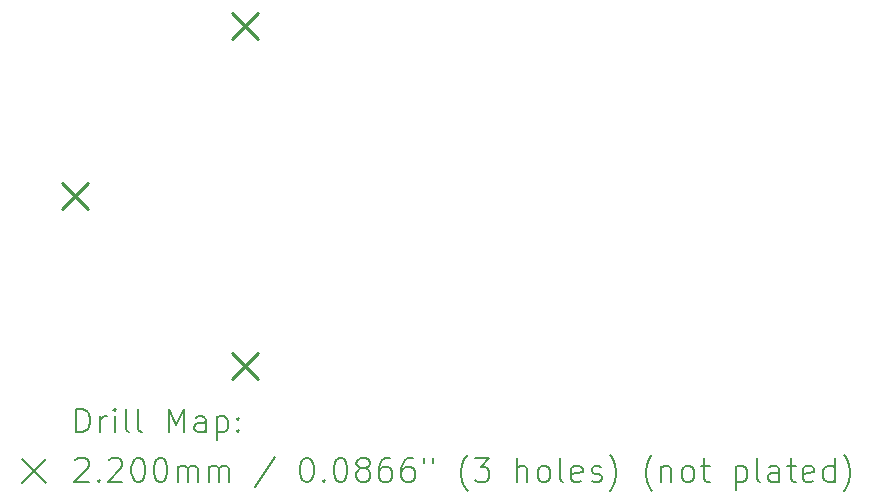
<source format=gbr>
%TF.GenerationSoftware,KiCad,Pcbnew,7.0.5*%
%TF.CreationDate,2024-03-22T00:08:29+08:00*%
%TF.ProjectId,joy-con,6a6f792d-636f-46e2-9e6b-696361645f70,rev?*%
%TF.SameCoordinates,Original*%
%TF.FileFunction,Drillmap*%
%TF.FilePolarity,Positive*%
%FSLAX45Y45*%
G04 Gerber Fmt 4.5, Leading zero omitted, Abs format (unit mm)*
G04 Created by KiCad (PCBNEW 7.0.5) date 2024-03-22 00:08:29*
%MOMM*%
%LPD*%
G01*
G04 APERTURE LIST*
%ADD10C,0.200000*%
%ADD11C,0.220000*%
G04 APERTURE END LIST*
D10*
D11*
X6410593Y-5789088D02*
X6630593Y-6009088D01*
X6630593Y-5789088D02*
X6410593Y-6009088D01*
X7847793Y-4351888D02*
X8067793Y-4571888D01*
X8067793Y-4351888D02*
X7847793Y-4571888D01*
X7847793Y-7226288D02*
X8067793Y-7446288D01*
X8067793Y-7226288D02*
X7847793Y-7446288D01*
D10*
X6528746Y-7900345D02*
X6528746Y-7700345D01*
X6528746Y-7700345D02*
X6576365Y-7700345D01*
X6576365Y-7700345D02*
X6604937Y-7709869D01*
X6604937Y-7709869D02*
X6623984Y-7728916D01*
X6623984Y-7728916D02*
X6633508Y-7747964D01*
X6633508Y-7747964D02*
X6643032Y-7786059D01*
X6643032Y-7786059D02*
X6643032Y-7814631D01*
X6643032Y-7814631D02*
X6633508Y-7852726D01*
X6633508Y-7852726D02*
X6623984Y-7871773D01*
X6623984Y-7871773D02*
X6604937Y-7890821D01*
X6604937Y-7890821D02*
X6576365Y-7900345D01*
X6576365Y-7900345D02*
X6528746Y-7900345D01*
X6728746Y-7900345D02*
X6728746Y-7767011D01*
X6728746Y-7805107D02*
X6738270Y-7786059D01*
X6738270Y-7786059D02*
X6747794Y-7776535D01*
X6747794Y-7776535D02*
X6766842Y-7767011D01*
X6766842Y-7767011D02*
X6785889Y-7767011D01*
X6852556Y-7900345D02*
X6852556Y-7767011D01*
X6852556Y-7700345D02*
X6843032Y-7709869D01*
X6843032Y-7709869D02*
X6852556Y-7719392D01*
X6852556Y-7719392D02*
X6862080Y-7709869D01*
X6862080Y-7709869D02*
X6852556Y-7700345D01*
X6852556Y-7700345D02*
X6852556Y-7719392D01*
X6976365Y-7900345D02*
X6957318Y-7890821D01*
X6957318Y-7890821D02*
X6947794Y-7871773D01*
X6947794Y-7871773D02*
X6947794Y-7700345D01*
X7081127Y-7900345D02*
X7062080Y-7890821D01*
X7062080Y-7890821D02*
X7052556Y-7871773D01*
X7052556Y-7871773D02*
X7052556Y-7700345D01*
X7309699Y-7900345D02*
X7309699Y-7700345D01*
X7309699Y-7700345D02*
X7376365Y-7843202D01*
X7376365Y-7843202D02*
X7443032Y-7700345D01*
X7443032Y-7700345D02*
X7443032Y-7900345D01*
X7623984Y-7900345D02*
X7623984Y-7795583D01*
X7623984Y-7795583D02*
X7614461Y-7776535D01*
X7614461Y-7776535D02*
X7595413Y-7767011D01*
X7595413Y-7767011D02*
X7557318Y-7767011D01*
X7557318Y-7767011D02*
X7538270Y-7776535D01*
X7623984Y-7890821D02*
X7604937Y-7900345D01*
X7604937Y-7900345D02*
X7557318Y-7900345D01*
X7557318Y-7900345D02*
X7538270Y-7890821D01*
X7538270Y-7890821D02*
X7528746Y-7871773D01*
X7528746Y-7871773D02*
X7528746Y-7852726D01*
X7528746Y-7852726D02*
X7538270Y-7833678D01*
X7538270Y-7833678D02*
X7557318Y-7824154D01*
X7557318Y-7824154D02*
X7604937Y-7824154D01*
X7604937Y-7824154D02*
X7623984Y-7814631D01*
X7719223Y-7767011D02*
X7719223Y-7967011D01*
X7719223Y-7776535D02*
X7738270Y-7767011D01*
X7738270Y-7767011D02*
X7776365Y-7767011D01*
X7776365Y-7767011D02*
X7795413Y-7776535D01*
X7795413Y-7776535D02*
X7804937Y-7786059D01*
X7804937Y-7786059D02*
X7814461Y-7805107D01*
X7814461Y-7805107D02*
X7814461Y-7862250D01*
X7814461Y-7862250D02*
X7804937Y-7881297D01*
X7804937Y-7881297D02*
X7795413Y-7890821D01*
X7795413Y-7890821D02*
X7776365Y-7900345D01*
X7776365Y-7900345D02*
X7738270Y-7900345D01*
X7738270Y-7900345D02*
X7719223Y-7890821D01*
X7900175Y-7881297D02*
X7909699Y-7890821D01*
X7909699Y-7890821D02*
X7900175Y-7900345D01*
X7900175Y-7900345D02*
X7890651Y-7890821D01*
X7890651Y-7890821D02*
X7900175Y-7881297D01*
X7900175Y-7881297D02*
X7900175Y-7900345D01*
X7900175Y-7776535D02*
X7909699Y-7786059D01*
X7909699Y-7786059D02*
X7900175Y-7795583D01*
X7900175Y-7795583D02*
X7890651Y-7786059D01*
X7890651Y-7786059D02*
X7900175Y-7776535D01*
X7900175Y-7776535D02*
X7900175Y-7795583D01*
X6067970Y-8128861D02*
X6267970Y-8328861D01*
X6267970Y-8128861D02*
X6067970Y-8328861D01*
X6519223Y-8139392D02*
X6528746Y-8129869D01*
X6528746Y-8129869D02*
X6547794Y-8120345D01*
X6547794Y-8120345D02*
X6595413Y-8120345D01*
X6595413Y-8120345D02*
X6614461Y-8129869D01*
X6614461Y-8129869D02*
X6623984Y-8139392D01*
X6623984Y-8139392D02*
X6633508Y-8158440D01*
X6633508Y-8158440D02*
X6633508Y-8177488D01*
X6633508Y-8177488D02*
X6623984Y-8206059D01*
X6623984Y-8206059D02*
X6509699Y-8320345D01*
X6509699Y-8320345D02*
X6633508Y-8320345D01*
X6719223Y-8301297D02*
X6728746Y-8310821D01*
X6728746Y-8310821D02*
X6719223Y-8320345D01*
X6719223Y-8320345D02*
X6709699Y-8310821D01*
X6709699Y-8310821D02*
X6719223Y-8301297D01*
X6719223Y-8301297D02*
X6719223Y-8320345D01*
X6804937Y-8139392D02*
X6814461Y-8129869D01*
X6814461Y-8129869D02*
X6833508Y-8120345D01*
X6833508Y-8120345D02*
X6881127Y-8120345D01*
X6881127Y-8120345D02*
X6900175Y-8129869D01*
X6900175Y-8129869D02*
X6909699Y-8139392D01*
X6909699Y-8139392D02*
X6919223Y-8158440D01*
X6919223Y-8158440D02*
X6919223Y-8177488D01*
X6919223Y-8177488D02*
X6909699Y-8206059D01*
X6909699Y-8206059D02*
X6795413Y-8320345D01*
X6795413Y-8320345D02*
X6919223Y-8320345D01*
X7043032Y-8120345D02*
X7062080Y-8120345D01*
X7062080Y-8120345D02*
X7081127Y-8129869D01*
X7081127Y-8129869D02*
X7090651Y-8139392D01*
X7090651Y-8139392D02*
X7100175Y-8158440D01*
X7100175Y-8158440D02*
X7109699Y-8196535D01*
X7109699Y-8196535D02*
X7109699Y-8244154D01*
X7109699Y-8244154D02*
X7100175Y-8282250D01*
X7100175Y-8282250D02*
X7090651Y-8301297D01*
X7090651Y-8301297D02*
X7081127Y-8310821D01*
X7081127Y-8310821D02*
X7062080Y-8320345D01*
X7062080Y-8320345D02*
X7043032Y-8320345D01*
X7043032Y-8320345D02*
X7023984Y-8310821D01*
X7023984Y-8310821D02*
X7014461Y-8301297D01*
X7014461Y-8301297D02*
X7004937Y-8282250D01*
X7004937Y-8282250D02*
X6995413Y-8244154D01*
X6995413Y-8244154D02*
X6995413Y-8196535D01*
X6995413Y-8196535D02*
X7004937Y-8158440D01*
X7004937Y-8158440D02*
X7014461Y-8139392D01*
X7014461Y-8139392D02*
X7023984Y-8129869D01*
X7023984Y-8129869D02*
X7043032Y-8120345D01*
X7233508Y-8120345D02*
X7252556Y-8120345D01*
X7252556Y-8120345D02*
X7271604Y-8129869D01*
X7271604Y-8129869D02*
X7281127Y-8139392D01*
X7281127Y-8139392D02*
X7290651Y-8158440D01*
X7290651Y-8158440D02*
X7300175Y-8196535D01*
X7300175Y-8196535D02*
X7300175Y-8244154D01*
X7300175Y-8244154D02*
X7290651Y-8282250D01*
X7290651Y-8282250D02*
X7281127Y-8301297D01*
X7281127Y-8301297D02*
X7271604Y-8310821D01*
X7271604Y-8310821D02*
X7252556Y-8320345D01*
X7252556Y-8320345D02*
X7233508Y-8320345D01*
X7233508Y-8320345D02*
X7214461Y-8310821D01*
X7214461Y-8310821D02*
X7204937Y-8301297D01*
X7204937Y-8301297D02*
X7195413Y-8282250D01*
X7195413Y-8282250D02*
X7185889Y-8244154D01*
X7185889Y-8244154D02*
X7185889Y-8196535D01*
X7185889Y-8196535D02*
X7195413Y-8158440D01*
X7195413Y-8158440D02*
X7204937Y-8139392D01*
X7204937Y-8139392D02*
X7214461Y-8129869D01*
X7214461Y-8129869D02*
X7233508Y-8120345D01*
X7385889Y-8320345D02*
X7385889Y-8187011D01*
X7385889Y-8206059D02*
X7395413Y-8196535D01*
X7395413Y-8196535D02*
X7414461Y-8187011D01*
X7414461Y-8187011D02*
X7443032Y-8187011D01*
X7443032Y-8187011D02*
X7462080Y-8196535D01*
X7462080Y-8196535D02*
X7471604Y-8215583D01*
X7471604Y-8215583D02*
X7471604Y-8320345D01*
X7471604Y-8215583D02*
X7481127Y-8196535D01*
X7481127Y-8196535D02*
X7500175Y-8187011D01*
X7500175Y-8187011D02*
X7528746Y-8187011D01*
X7528746Y-8187011D02*
X7547794Y-8196535D01*
X7547794Y-8196535D02*
X7557318Y-8215583D01*
X7557318Y-8215583D02*
X7557318Y-8320345D01*
X7652556Y-8320345D02*
X7652556Y-8187011D01*
X7652556Y-8206059D02*
X7662080Y-8196535D01*
X7662080Y-8196535D02*
X7681127Y-8187011D01*
X7681127Y-8187011D02*
X7709699Y-8187011D01*
X7709699Y-8187011D02*
X7728746Y-8196535D01*
X7728746Y-8196535D02*
X7738270Y-8215583D01*
X7738270Y-8215583D02*
X7738270Y-8320345D01*
X7738270Y-8215583D02*
X7747794Y-8196535D01*
X7747794Y-8196535D02*
X7766842Y-8187011D01*
X7766842Y-8187011D02*
X7795413Y-8187011D01*
X7795413Y-8187011D02*
X7814461Y-8196535D01*
X7814461Y-8196535D02*
X7823985Y-8215583D01*
X7823985Y-8215583D02*
X7823985Y-8320345D01*
X8214461Y-8110821D02*
X8043032Y-8367964D01*
X8471604Y-8120345D02*
X8490651Y-8120345D01*
X8490651Y-8120345D02*
X8509699Y-8129869D01*
X8509699Y-8129869D02*
X8519223Y-8139392D01*
X8519223Y-8139392D02*
X8528747Y-8158440D01*
X8528747Y-8158440D02*
X8538270Y-8196535D01*
X8538270Y-8196535D02*
X8538270Y-8244154D01*
X8538270Y-8244154D02*
X8528747Y-8282250D01*
X8528747Y-8282250D02*
X8519223Y-8301297D01*
X8519223Y-8301297D02*
X8509699Y-8310821D01*
X8509699Y-8310821D02*
X8490651Y-8320345D01*
X8490651Y-8320345D02*
X8471604Y-8320345D01*
X8471604Y-8320345D02*
X8452556Y-8310821D01*
X8452556Y-8310821D02*
X8443032Y-8301297D01*
X8443032Y-8301297D02*
X8433509Y-8282250D01*
X8433509Y-8282250D02*
X8423985Y-8244154D01*
X8423985Y-8244154D02*
X8423985Y-8196535D01*
X8423985Y-8196535D02*
X8433509Y-8158440D01*
X8433509Y-8158440D02*
X8443032Y-8139392D01*
X8443032Y-8139392D02*
X8452556Y-8129869D01*
X8452556Y-8129869D02*
X8471604Y-8120345D01*
X8623985Y-8301297D02*
X8633509Y-8310821D01*
X8633509Y-8310821D02*
X8623985Y-8320345D01*
X8623985Y-8320345D02*
X8614461Y-8310821D01*
X8614461Y-8310821D02*
X8623985Y-8301297D01*
X8623985Y-8301297D02*
X8623985Y-8320345D01*
X8757318Y-8120345D02*
X8776366Y-8120345D01*
X8776366Y-8120345D02*
X8795413Y-8129869D01*
X8795413Y-8129869D02*
X8804937Y-8139392D01*
X8804937Y-8139392D02*
X8814461Y-8158440D01*
X8814461Y-8158440D02*
X8823985Y-8196535D01*
X8823985Y-8196535D02*
X8823985Y-8244154D01*
X8823985Y-8244154D02*
X8814461Y-8282250D01*
X8814461Y-8282250D02*
X8804937Y-8301297D01*
X8804937Y-8301297D02*
X8795413Y-8310821D01*
X8795413Y-8310821D02*
X8776366Y-8320345D01*
X8776366Y-8320345D02*
X8757318Y-8320345D01*
X8757318Y-8320345D02*
X8738270Y-8310821D01*
X8738270Y-8310821D02*
X8728747Y-8301297D01*
X8728747Y-8301297D02*
X8719223Y-8282250D01*
X8719223Y-8282250D02*
X8709699Y-8244154D01*
X8709699Y-8244154D02*
X8709699Y-8196535D01*
X8709699Y-8196535D02*
X8719223Y-8158440D01*
X8719223Y-8158440D02*
X8728747Y-8139392D01*
X8728747Y-8139392D02*
X8738270Y-8129869D01*
X8738270Y-8129869D02*
X8757318Y-8120345D01*
X8938270Y-8206059D02*
X8919223Y-8196535D01*
X8919223Y-8196535D02*
X8909699Y-8187011D01*
X8909699Y-8187011D02*
X8900175Y-8167964D01*
X8900175Y-8167964D02*
X8900175Y-8158440D01*
X8900175Y-8158440D02*
X8909699Y-8139392D01*
X8909699Y-8139392D02*
X8919223Y-8129869D01*
X8919223Y-8129869D02*
X8938270Y-8120345D01*
X8938270Y-8120345D02*
X8976366Y-8120345D01*
X8976366Y-8120345D02*
X8995413Y-8129869D01*
X8995413Y-8129869D02*
X9004937Y-8139392D01*
X9004937Y-8139392D02*
X9014461Y-8158440D01*
X9014461Y-8158440D02*
X9014461Y-8167964D01*
X9014461Y-8167964D02*
X9004937Y-8187011D01*
X9004937Y-8187011D02*
X8995413Y-8196535D01*
X8995413Y-8196535D02*
X8976366Y-8206059D01*
X8976366Y-8206059D02*
X8938270Y-8206059D01*
X8938270Y-8206059D02*
X8919223Y-8215583D01*
X8919223Y-8215583D02*
X8909699Y-8225107D01*
X8909699Y-8225107D02*
X8900175Y-8244154D01*
X8900175Y-8244154D02*
X8900175Y-8282250D01*
X8900175Y-8282250D02*
X8909699Y-8301297D01*
X8909699Y-8301297D02*
X8919223Y-8310821D01*
X8919223Y-8310821D02*
X8938270Y-8320345D01*
X8938270Y-8320345D02*
X8976366Y-8320345D01*
X8976366Y-8320345D02*
X8995413Y-8310821D01*
X8995413Y-8310821D02*
X9004937Y-8301297D01*
X9004937Y-8301297D02*
X9014461Y-8282250D01*
X9014461Y-8282250D02*
X9014461Y-8244154D01*
X9014461Y-8244154D02*
X9004937Y-8225107D01*
X9004937Y-8225107D02*
X8995413Y-8215583D01*
X8995413Y-8215583D02*
X8976366Y-8206059D01*
X9185890Y-8120345D02*
X9147794Y-8120345D01*
X9147794Y-8120345D02*
X9128747Y-8129869D01*
X9128747Y-8129869D02*
X9119223Y-8139392D01*
X9119223Y-8139392D02*
X9100175Y-8167964D01*
X9100175Y-8167964D02*
X9090651Y-8206059D01*
X9090651Y-8206059D02*
X9090651Y-8282250D01*
X9090651Y-8282250D02*
X9100175Y-8301297D01*
X9100175Y-8301297D02*
X9109699Y-8310821D01*
X9109699Y-8310821D02*
X9128747Y-8320345D01*
X9128747Y-8320345D02*
X9166842Y-8320345D01*
X9166842Y-8320345D02*
X9185890Y-8310821D01*
X9185890Y-8310821D02*
X9195413Y-8301297D01*
X9195413Y-8301297D02*
X9204937Y-8282250D01*
X9204937Y-8282250D02*
X9204937Y-8234631D01*
X9204937Y-8234631D02*
X9195413Y-8215583D01*
X9195413Y-8215583D02*
X9185890Y-8206059D01*
X9185890Y-8206059D02*
X9166842Y-8196535D01*
X9166842Y-8196535D02*
X9128747Y-8196535D01*
X9128747Y-8196535D02*
X9109699Y-8206059D01*
X9109699Y-8206059D02*
X9100175Y-8215583D01*
X9100175Y-8215583D02*
X9090651Y-8234631D01*
X9376366Y-8120345D02*
X9338270Y-8120345D01*
X9338270Y-8120345D02*
X9319223Y-8129869D01*
X9319223Y-8129869D02*
X9309699Y-8139392D01*
X9309699Y-8139392D02*
X9290651Y-8167964D01*
X9290651Y-8167964D02*
X9281128Y-8206059D01*
X9281128Y-8206059D02*
X9281128Y-8282250D01*
X9281128Y-8282250D02*
X9290651Y-8301297D01*
X9290651Y-8301297D02*
X9300175Y-8310821D01*
X9300175Y-8310821D02*
X9319223Y-8320345D01*
X9319223Y-8320345D02*
X9357318Y-8320345D01*
X9357318Y-8320345D02*
X9376366Y-8310821D01*
X9376366Y-8310821D02*
X9385890Y-8301297D01*
X9385890Y-8301297D02*
X9395413Y-8282250D01*
X9395413Y-8282250D02*
X9395413Y-8234631D01*
X9395413Y-8234631D02*
X9385890Y-8215583D01*
X9385890Y-8215583D02*
X9376366Y-8206059D01*
X9376366Y-8206059D02*
X9357318Y-8196535D01*
X9357318Y-8196535D02*
X9319223Y-8196535D01*
X9319223Y-8196535D02*
X9300175Y-8206059D01*
X9300175Y-8206059D02*
X9290651Y-8215583D01*
X9290651Y-8215583D02*
X9281128Y-8234631D01*
X9471604Y-8120345D02*
X9471604Y-8158440D01*
X9547794Y-8120345D02*
X9547794Y-8158440D01*
X9843033Y-8396535D02*
X9833509Y-8387011D01*
X9833509Y-8387011D02*
X9814461Y-8358440D01*
X9814461Y-8358440D02*
X9804937Y-8339392D01*
X9804937Y-8339392D02*
X9795413Y-8310821D01*
X9795413Y-8310821D02*
X9785890Y-8263202D01*
X9785890Y-8263202D02*
X9785890Y-8225107D01*
X9785890Y-8225107D02*
X9795413Y-8177488D01*
X9795413Y-8177488D02*
X9804937Y-8148916D01*
X9804937Y-8148916D02*
X9814461Y-8129869D01*
X9814461Y-8129869D02*
X9833509Y-8101297D01*
X9833509Y-8101297D02*
X9843033Y-8091773D01*
X9900175Y-8120345D02*
X10023985Y-8120345D01*
X10023985Y-8120345D02*
X9957318Y-8196535D01*
X9957318Y-8196535D02*
X9985890Y-8196535D01*
X9985890Y-8196535D02*
X10004937Y-8206059D01*
X10004937Y-8206059D02*
X10014461Y-8215583D01*
X10014461Y-8215583D02*
X10023985Y-8234631D01*
X10023985Y-8234631D02*
X10023985Y-8282250D01*
X10023985Y-8282250D02*
X10014461Y-8301297D01*
X10014461Y-8301297D02*
X10004937Y-8310821D01*
X10004937Y-8310821D02*
X9985890Y-8320345D01*
X9985890Y-8320345D02*
X9928747Y-8320345D01*
X9928747Y-8320345D02*
X9909699Y-8310821D01*
X9909699Y-8310821D02*
X9900175Y-8301297D01*
X10262080Y-8320345D02*
X10262080Y-8120345D01*
X10347794Y-8320345D02*
X10347794Y-8215583D01*
X10347794Y-8215583D02*
X10338271Y-8196535D01*
X10338271Y-8196535D02*
X10319223Y-8187011D01*
X10319223Y-8187011D02*
X10290652Y-8187011D01*
X10290652Y-8187011D02*
X10271604Y-8196535D01*
X10271604Y-8196535D02*
X10262080Y-8206059D01*
X10471604Y-8320345D02*
X10452556Y-8310821D01*
X10452556Y-8310821D02*
X10443033Y-8301297D01*
X10443033Y-8301297D02*
X10433509Y-8282250D01*
X10433509Y-8282250D02*
X10433509Y-8225107D01*
X10433509Y-8225107D02*
X10443033Y-8206059D01*
X10443033Y-8206059D02*
X10452556Y-8196535D01*
X10452556Y-8196535D02*
X10471604Y-8187011D01*
X10471604Y-8187011D02*
X10500175Y-8187011D01*
X10500175Y-8187011D02*
X10519223Y-8196535D01*
X10519223Y-8196535D02*
X10528747Y-8206059D01*
X10528747Y-8206059D02*
X10538271Y-8225107D01*
X10538271Y-8225107D02*
X10538271Y-8282250D01*
X10538271Y-8282250D02*
X10528747Y-8301297D01*
X10528747Y-8301297D02*
X10519223Y-8310821D01*
X10519223Y-8310821D02*
X10500175Y-8320345D01*
X10500175Y-8320345D02*
X10471604Y-8320345D01*
X10652556Y-8320345D02*
X10633509Y-8310821D01*
X10633509Y-8310821D02*
X10623985Y-8291773D01*
X10623985Y-8291773D02*
X10623985Y-8120345D01*
X10804937Y-8310821D02*
X10785890Y-8320345D01*
X10785890Y-8320345D02*
X10747794Y-8320345D01*
X10747794Y-8320345D02*
X10728747Y-8310821D01*
X10728747Y-8310821D02*
X10719223Y-8291773D01*
X10719223Y-8291773D02*
X10719223Y-8215583D01*
X10719223Y-8215583D02*
X10728747Y-8196535D01*
X10728747Y-8196535D02*
X10747794Y-8187011D01*
X10747794Y-8187011D02*
X10785890Y-8187011D01*
X10785890Y-8187011D02*
X10804937Y-8196535D01*
X10804937Y-8196535D02*
X10814461Y-8215583D01*
X10814461Y-8215583D02*
X10814461Y-8234631D01*
X10814461Y-8234631D02*
X10719223Y-8253678D01*
X10890652Y-8310821D02*
X10909699Y-8320345D01*
X10909699Y-8320345D02*
X10947794Y-8320345D01*
X10947794Y-8320345D02*
X10966842Y-8310821D01*
X10966842Y-8310821D02*
X10976366Y-8291773D01*
X10976366Y-8291773D02*
X10976366Y-8282250D01*
X10976366Y-8282250D02*
X10966842Y-8263202D01*
X10966842Y-8263202D02*
X10947794Y-8253678D01*
X10947794Y-8253678D02*
X10919223Y-8253678D01*
X10919223Y-8253678D02*
X10900175Y-8244154D01*
X10900175Y-8244154D02*
X10890652Y-8225107D01*
X10890652Y-8225107D02*
X10890652Y-8215583D01*
X10890652Y-8215583D02*
X10900175Y-8196535D01*
X10900175Y-8196535D02*
X10919223Y-8187011D01*
X10919223Y-8187011D02*
X10947794Y-8187011D01*
X10947794Y-8187011D02*
X10966842Y-8196535D01*
X11043033Y-8396535D02*
X11052556Y-8387011D01*
X11052556Y-8387011D02*
X11071604Y-8358440D01*
X11071604Y-8358440D02*
X11081128Y-8339392D01*
X11081128Y-8339392D02*
X11090652Y-8310821D01*
X11090652Y-8310821D02*
X11100175Y-8263202D01*
X11100175Y-8263202D02*
X11100175Y-8225107D01*
X11100175Y-8225107D02*
X11090652Y-8177488D01*
X11090652Y-8177488D02*
X11081128Y-8148916D01*
X11081128Y-8148916D02*
X11071604Y-8129869D01*
X11071604Y-8129869D02*
X11052556Y-8101297D01*
X11052556Y-8101297D02*
X11043033Y-8091773D01*
X11404937Y-8396535D02*
X11395413Y-8387011D01*
X11395413Y-8387011D02*
X11376366Y-8358440D01*
X11376366Y-8358440D02*
X11366842Y-8339392D01*
X11366842Y-8339392D02*
X11357318Y-8310821D01*
X11357318Y-8310821D02*
X11347794Y-8263202D01*
X11347794Y-8263202D02*
X11347794Y-8225107D01*
X11347794Y-8225107D02*
X11357318Y-8177488D01*
X11357318Y-8177488D02*
X11366842Y-8148916D01*
X11366842Y-8148916D02*
X11376366Y-8129869D01*
X11376366Y-8129869D02*
X11395413Y-8101297D01*
X11395413Y-8101297D02*
X11404937Y-8091773D01*
X11481128Y-8187011D02*
X11481128Y-8320345D01*
X11481128Y-8206059D02*
X11490652Y-8196535D01*
X11490652Y-8196535D02*
X11509699Y-8187011D01*
X11509699Y-8187011D02*
X11538271Y-8187011D01*
X11538271Y-8187011D02*
X11557318Y-8196535D01*
X11557318Y-8196535D02*
X11566842Y-8215583D01*
X11566842Y-8215583D02*
X11566842Y-8320345D01*
X11690652Y-8320345D02*
X11671604Y-8310821D01*
X11671604Y-8310821D02*
X11662080Y-8301297D01*
X11662080Y-8301297D02*
X11652556Y-8282250D01*
X11652556Y-8282250D02*
X11652556Y-8225107D01*
X11652556Y-8225107D02*
X11662080Y-8206059D01*
X11662080Y-8206059D02*
X11671604Y-8196535D01*
X11671604Y-8196535D02*
X11690652Y-8187011D01*
X11690652Y-8187011D02*
X11719223Y-8187011D01*
X11719223Y-8187011D02*
X11738271Y-8196535D01*
X11738271Y-8196535D02*
X11747794Y-8206059D01*
X11747794Y-8206059D02*
X11757318Y-8225107D01*
X11757318Y-8225107D02*
X11757318Y-8282250D01*
X11757318Y-8282250D02*
X11747794Y-8301297D01*
X11747794Y-8301297D02*
X11738271Y-8310821D01*
X11738271Y-8310821D02*
X11719223Y-8320345D01*
X11719223Y-8320345D02*
X11690652Y-8320345D01*
X11814461Y-8187011D02*
X11890652Y-8187011D01*
X11843033Y-8120345D02*
X11843033Y-8291773D01*
X11843033Y-8291773D02*
X11852556Y-8310821D01*
X11852556Y-8310821D02*
X11871604Y-8320345D01*
X11871604Y-8320345D02*
X11890652Y-8320345D01*
X12109699Y-8187011D02*
X12109699Y-8387011D01*
X12109699Y-8196535D02*
X12128747Y-8187011D01*
X12128747Y-8187011D02*
X12166842Y-8187011D01*
X12166842Y-8187011D02*
X12185890Y-8196535D01*
X12185890Y-8196535D02*
X12195414Y-8206059D01*
X12195414Y-8206059D02*
X12204937Y-8225107D01*
X12204937Y-8225107D02*
X12204937Y-8282250D01*
X12204937Y-8282250D02*
X12195414Y-8301297D01*
X12195414Y-8301297D02*
X12185890Y-8310821D01*
X12185890Y-8310821D02*
X12166842Y-8320345D01*
X12166842Y-8320345D02*
X12128747Y-8320345D01*
X12128747Y-8320345D02*
X12109699Y-8310821D01*
X12319223Y-8320345D02*
X12300175Y-8310821D01*
X12300175Y-8310821D02*
X12290652Y-8291773D01*
X12290652Y-8291773D02*
X12290652Y-8120345D01*
X12481128Y-8320345D02*
X12481128Y-8215583D01*
X12481128Y-8215583D02*
X12471604Y-8196535D01*
X12471604Y-8196535D02*
X12452556Y-8187011D01*
X12452556Y-8187011D02*
X12414461Y-8187011D01*
X12414461Y-8187011D02*
X12395414Y-8196535D01*
X12481128Y-8310821D02*
X12462080Y-8320345D01*
X12462080Y-8320345D02*
X12414461Y-8320345D01*
X12414461Y-8320345D02*
X12395414Y-8310821D01*
X12395414Y-8310821D02*
X12385890Y-8291773D01*
X12385890Y-8291773D02*
X12385890Y-8272726D01*
X12385890Y-8272726D02*
X12395414Y-8253678D01*
X12395414Y-8253678D02*
X12414461Y-8244154D01*
X12414461Y-8244154D02*
X12462080Y-8244154D01*
X12462080Y-8244154D02*
X12481128Y-8234631D01*
X12547795Y-8187011D02*
X12623985Y-8187011D01*
X12576366Y-8120345D02*
X12576366Y-8291773D01*
X12576366Y-8291773D02*
X12585890Y-8310821D01*
X12585890Y-8310821D02*
X12604937Y-8320345D01*
X12604937Y-8320345D02*
X12623985Y-8320345D01*
X12766842Y-8310821D02*
X12747795Y-8320345D01*
X12747795Y-8320345D02*
X12709699Y-8320345D01*
X12709699Y-8320345D02*
X12690652Y-8310821D01*
X12690652Y-8310821D02*
X12681128Y-8291773D01*
X12681128Y-8291773D02*
X12681128Y-8215583D01*
X12681128Y-8215583D02*
X12690652Y-8196535D01*
X12690652Y-8196535D02*
X12709699Y-8187011D01*
X12709699Y-8187011D02*
X12747795Y-8187011D01*
X12747795Y-8187011D02*
X12766842Y-8196535D01*
X12766842Y-8196535D02*
X12776366Y-8215583D01*
X12776366Y-8215583D02*
X12776366Y-8234631D01*
X12776366Y-8234631D02*
X12681128Y-8253678D01*
X12947795Y-8320345D02*
X12947795Y-8120345D01*
X12947795Y-8310821D02*
X12928747Y-8320345D01*
X12928747Y-8320345D02*
X12890652Y-8320345D01*
X12890652Y-8320345D02*
X12871604Y-8310821D01*
X12871604Y-8310821D02*
X12862080Y-8301297D01*
X12862080Y-8301297D02*
X12852556Y-8282250D01*
X12852556Y-8282250D02*
X12852556Y-8225107D01*
X12852556Y-8225107D02*
X12862080Y-8206059D01*
X12862080Y-8206059D02*
X12871604Y-8196535D01*
X12871604Y-8196535D02*
X12890652Y-8187011D01*
X12890652Y-8187011D02*
X12928747Y-8187011D01*
X12928747Y-8187011D02*
X12947795Y-8196535D01*
X13023985Y-8396535D02*
X13033509Y-8387011D01*
X13033509Y-8387011D02*
X13052556Y-8358440D01*
X13052556Y-8358440D02*
X13062080Y-8339392D01*
X13062080Y-8339392D02*
X13071604Y-8310821D01*
X13071604Y-8310821D02*
X13081128Y-8263202D01*
X13081128Y-8263202D02*
X13081128Y-8225107D01*
X13081128Y-8225107D02*
X13071604Y-8177488D01*
X13071604Y-8177488D02*
X13062080Y-8148916D01*
X13062080Y-8148916D02*
X13052556Y-8129869D01*
X13052556Y-8129869D02*
X13033509Y-8101297D01*
X13033509Y-8101297D02*
X13023985Y-8091773D01*
M02*

</source>
